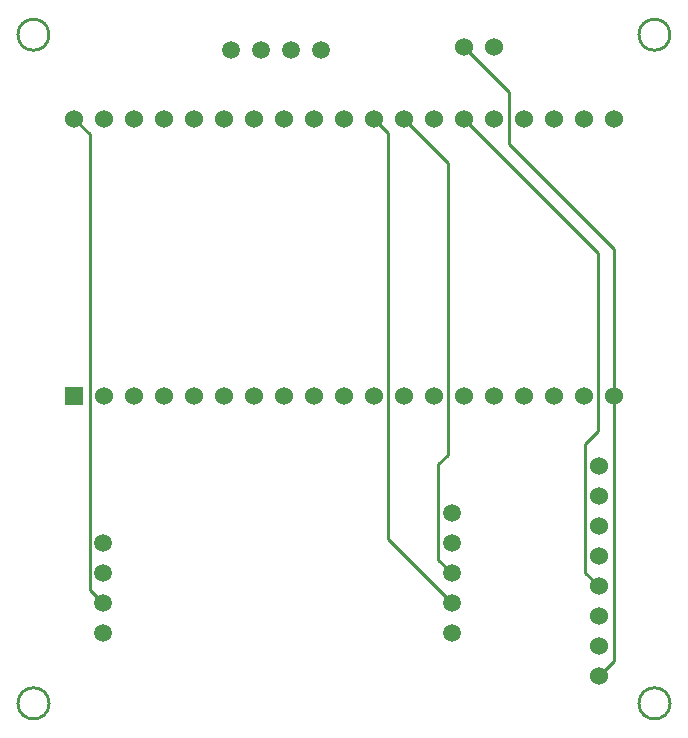
<source format=gbr>
%TF.GenerationSoftware,Altium Limited,Altium Designer,24.6.1 (21)*%
G04 Layer_Physical_Order=1*
G04 Layer_Color=255*
%FSLAX45Y45*%
%MOMM*%
%TF.SameCoordinates,C87A4CA8-C81E-49FD-A381-63D600C1493B*%
%TF.FilePolarity,Positive*%
%TF.FileFunction,Copper,L1,Top,Signal*%
%TF.Part,Single*%
G01*
G75*
%TA.AperFunction,Conductor*%
%ADD10C,0.25400*%
%TA.AperFunction,NonConductor*%
%ADD11C,0.25400*%
%TA.AperFunction,ComponentPad*%
%ADD12C,1.52400*%
%ADD13C,1.53000*%
%ADD14R,1.53000X1.53000*%
%ADD15C,1.50800*%
D10*
X5309036Y749738D02*
Y2993828D01*
X5181599Y622302D02*
X5309036Y749738D01*
X4038035Y5952928D02*
X4419035Y5571928D01*
Y5127428D02*
Y5571928D01*
Y5127428D02*
X5309036Y4237428D01*
Y2993828D02*
Y4237428D01*
X5066735Y1499165D02*
X5181599Y1384302D01*
X5066735Y1499165D02*
Y2592508D01*
X5170875Y2696648D01*
Y4210488D01*
X4038035Y5343328D02*
X5170875Y4210488D01*
X868115Y1355549D02*
X982435Y1241228D01*
X868115Y1355549D02*
Y5211248D01*
X736035Y5343328D02*
X868115Y5211248D01*
X3276035Y5343328D02*
X3392875Y5226488D01*
Y1784788D02*
Y5226488D01*
Y1784788D02*
X3936435Y1241228D01*
X3822135Y1609528D02*
X3936435Y1495228D01*
X3822135Y1609528D02*
Y2419788D01*
X3900875Y2498528D01*
Y4972488D01*
X3530035Y5343328D02*
X3900875Y4972488D01*
D11*
X5783300Y393700D02*
G03*
X5783300Y393700I-131800J0D01*
G01*
X524935Y6054528D02*
G03*
X524935Y6054528I-131800J0D01*
G01*
X525500Y393700D02*
G03*
X525500Y393700I-131800J0D01*
G01*
X5782735Y6054528D02*
G03*
X5782735Y6054528I-131800J0D01*
G01*
D12*
X5181599Y622302D02*
D03*
Y876302D02*
D03*
Y1130302D02*
D03*
Y1384302D02*
D03*
Y1638302D02*
D03*
Y1892302D02*
D03*
Y2146302D02*
D03*
Y2400302D02*
D03*
X4292035Y5952928D02*
D03*
X4038035D02*
D03*
D13*
X736035Y5343328D02*
D03*
X990035D02*
D03*
X1244035D02*
D03*
X1498035D02*
D03*
X1752035D02*
D03*
X2006035D02*
D03*
X2260035D02*
D03*
X2514035D02*
D03*
X2768035D02*
D03*
X3022035D02*
D03*
X3276035D02*
D03*
X3530035D02*
D03*
X3784035D02*
D03*
X4038035D02*
D03*
X4292035D02*
D03*
X4546035D02*
D03*
X5054035D02*
D03*
X5308035D02*
D03*
X4800035D02*
D03*
X5309036Y2993828D02*
D03*
X5055036D02*
D03*
X4801036D02*
D03*
X4547036D02*
D03*
X4293036D02*
D03*
X4039036D02*
D03*
X3785036D02*
D03*
X3531036D02*
D03*
X3277036D02*
D03*
X3023036D02*
D03*
X2769036D02*
D03*
X2515036D02*
D03*
X2261036D02*
D03*
X2007036D02*
D03*
X1753036D02*
D03*
X1499036D02*
D03*
X1245036D02*
D03*
X991036D02*
D03*
D14*
X737036D02*
D03*
D15*
X2831535Y5927528D02*
D03*
X2577535D02*
D03*
X2323535D02*
D03*
X2069535D02*
D03*
X3936435Y2003228D02*
D03*
Y1749228D02*
D03*
Y1495228D02*
D03*
Y1241228D02*
D03*
Y987228D02*
D03*
X982435Y1749228D02*
D03*
Y1495228D02*
D03*
Y1241228D02*
D03*
Y987228D02*
D03*
%TF.MD5,6e82b190e85e4b65747144104478021d*%
M02*

</source>
